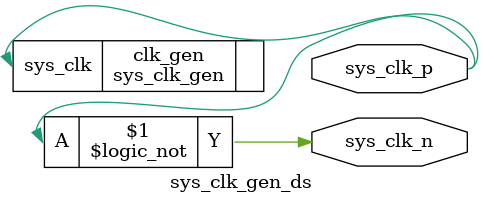
<source format=v>

`timescale 1ps/1ps

module sys_clk_gen_ds (sys_clk_p, sys_clk_n);

output	         sys_clk_p;
output	         sys_clk_n;

parameter        offset = 0;
parameter        halfcycle = 500;


sys_clk_gen 	#(

                 .offset( offset ),
                 .halfcycle( halfcycle )

)
clk_gen (

                 .sys_clk(sys_clk_p)

);

assign sys_clk_n = !sys_clk_p;

endmodule // sys_clk_gen_ds

</source>
